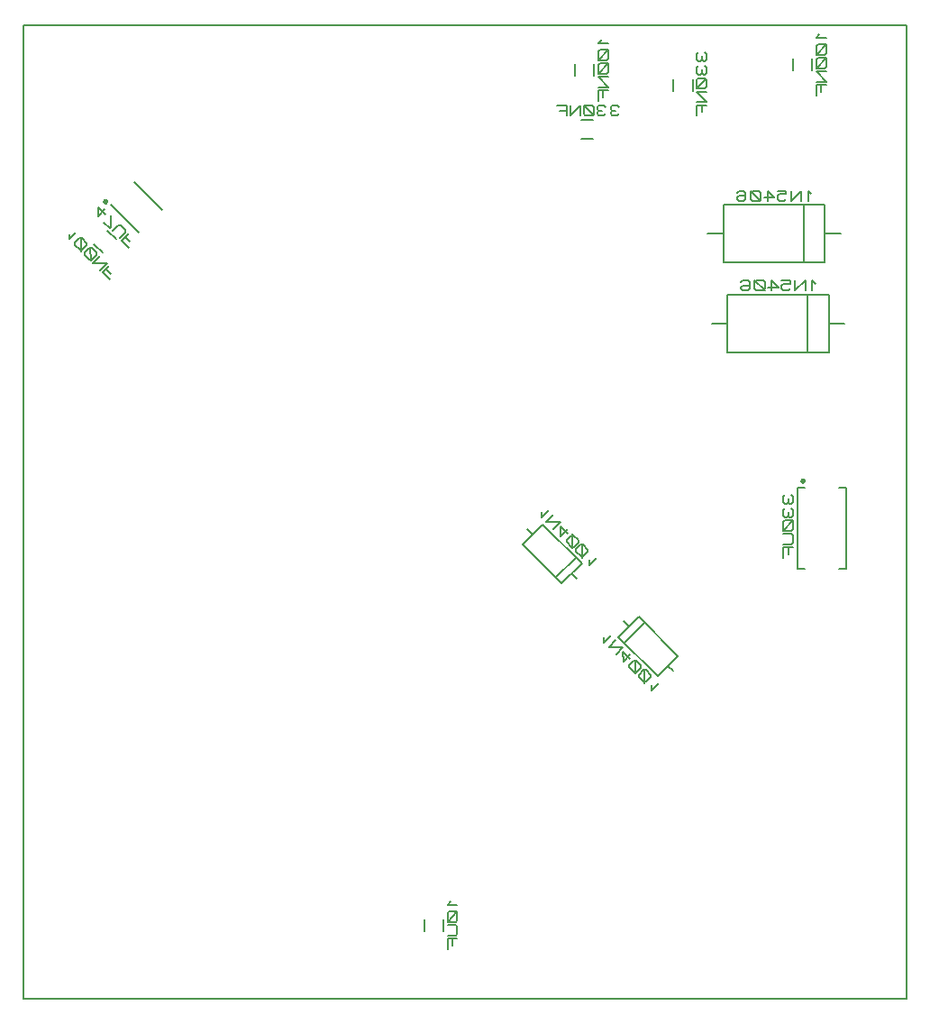
<source format=gbr>
G04 PROTEUS GERBER X2 FILE*
%TF.GenerationSoftware,Labcenter,Proteus,8.15-SP1-Build34318*%
%TF.CreationDate,2023-08-09T10:16:53+00:00*%
%TF.FileFunction,Legend,Bot*%
%TF.FilePolarity,Positive*%
%TF.Part,Single*%
%TF.SameCoordinates,{0049c899-80f1-4e30-9ba5-08a3a9b55963}*%
%FSLAX45Y45*%
%MOMM*%
G01*
%TA.AperFunction,Profile*%
%ADD27C,0.203200*%
%TA.AperFunction,Material*%
%ADD31C,0.203200*%
%ADD33C,0.250000*%
%ADD34C,0.200000*%
%TD.AperFunction*%
D27*
X-619760Y-63500D02*
X+7683500Y-63500D01*
X+7683500Y+9080500D01*
X-619760Y+9080500D01*
X-619760Y-63500D01*
D31*
X+4439664Y+3833806D02*
X+4073270Y+4200200D01*
X+4261855Y+4388786D01*
X+4628249Y+4022391D01*
X+4439664Y+3833806D01*
X+4568980Y+4078069D02*
X+4383987Y+3893076D01*
X+4583348Y+3876912D02*
X+4533059Y+3927201D01*
X+4166665Y+4293595D02*
X+4116375Y+4343885D01*
X+4248386Y+4502836D02*
X+4249284Y+4458832D01*
X+4313942Y+4523490D01*
X+4358843Y+4478588D02*
X+4294186Y+4413931D01*
X+4426195Y+4411236D01*
X+4361537Y+4346579D01*
X+4494445Y+4299882D02*
X+4427093Y+4367234D01*
X+4428889Y+4279227D01*
X+4493547Y+4343885D01*
X+4527672Y+4288207D02*
X+4484567Y+4245102D01*
X+4485016Y+4223100D01*
X+4529917Y+4178199D01*
X+4551919Y+4177750D01*
X+4595024Y+4220855D01*
X+4594575Y+4242857D01*
X+4549674Y+4287758D01*
X+4527672Y+4288207D01*
X+4538448Y+4298983D02*
X+4541142Y+4166974D01*
X+4617474Y+4198405D02*
X+4574369Y+4155300D01*
X+4574818Y+4133298D01*
X+4619719Y+4088397D01*
X+4641721Y+4087948D01*
X+4684826Y+4131053D01*
X+4684377Y+4153055D01*
X+4639476Y+4197956D01*
X+4617474Y+4198405D01*
X+4628250Y+4209181D02*
X+4630944Y+4077172D01*
X+4697399Y+4053823D02*
X+4698297Y+4009819D01*
X+4762955Y+4074477D01*
X+5161430Y+3522158D02*
X+5527824Y+3155764D01*
X+5339239Y+2967178D01*
X+4972845Y+3333573D01*
X+5161430Y+3522158D01*
X+5032114Y+3277895D02*
X+5217107Y+3462888D01*
X+5017746Y+3479052D02*
X+5068035Y+3428763D01*
X+5434429Y+3062369D02*
X+5484719Y+3012079D01*
X+4837242Y+3325491D02*
X+4838140Y+3281487D01*
X+4902798Y+3346145D01*
X+4947699Y+3301243D02*
X+4883042Y+3236586D01*
X+5015051Y+3233891D01*
X+4950393Y+3169234D01*
X+5083301Y+3122537D02*
X+5015949Y+3189889D01*
X+5017745Y+3101882D01*
X+5082403Y+3166540D01*
X+5116528Y+3110862D02*
X+5073423Y+3067757D01*
X+5073872Y+3045755D01*
X+5118773Y+3000854D01*
X+5140775Y+3000405D01*
X+5183880Y+3043510D01*
X+5183431Y+3065512D01*
X+5138530Y+3110413D01*
X+5116528Y+3110862D01*
X+5127304Y+3121638D02*
X+5129998Y+2989629D01*
X+5206330Y+3021060D02*
X+5163225Y+2977955D01*
X+5163674Y+2955953D01*
X+5208575Y+2911052D01*
X+5230577Y+2910603D01*
X+5273682Y+2953708D01*
X+5273233Y+2975710D01*
X+5228332Y+3020611D01*
X+5206330Y+3021060D01*
X+5217106Y+3031836D02*
X+5219800Y+2899827D01*
X+5286255Y+2876478D02*
X+5287153Y+2832474D01*
X+5351811Y+2897132D01*
X+5960060Y+6849620D02*
X+6910060Y+6849620D01*
X+6910060Y+7389620D01*
X+5960060Y+7389620D01*
X+5960060Y+6849620D01*
X+6710060Y+7389620D02*
X+6710060Y+6849620D01*
X+6910060Y+7119620D02*
X+7060060Y+7119620D01*
X+5960060Y+7119620D02*
X+5810060Y+7119620D01*
X+6784310Y+7491220D02*
X+6752560Y+7521700D01*
X+6752560Y+7430260D01*
X+6689060Y+7430260D02*
X+6689060Y+7521700D01*
X+6593810Y+7430260D01*
X+6593810Y+7521700D01*
X+6466810Y+7521700D02*
X+6546185Y+7521700D01*
X+6546185Y+7491220D01*
X+6482685Y+7491220D01*
X+6466810Y+7475980D01*
X+6466810Y+7445500D01*
X+6482685Y+7430260D01*
X+6530310Y+7430260D01*
X+6546185Y+7445500D01*
X+6339810Y+7460740D02*
X+6435060Y+7460740D01*
X+6371560Y+7521700D01*
X+6371560Y+7430260D01*
X+6308060Y+7445500D02*
X+6308060Y+7506460D01*
X+6292185Y+7521700D01*
X+6228685Y+7521700D01*
X+6212810Y+7506460D01*
X+6212810Y+7445500D01*
X+6228685Y+7430260D01*
X+6292185Y+7430260D01*
X+6308060Y+7445500D01*
X+6308060Y+7430260D02*
X+6212810Y+7521700D01*
X+6085810Y+7506460D02*
X+6101685Y+7521700D01*
X+6149310Y+7521700D01*
X+6165185Y+7506460D01*
X+6165185Y+7445500D01*
X+6149310Y+7430260D01*
X+6101685Y+7430260D01*
X+6085810Y+7445500D01*
X+6085810Y+7460740D01*
X+6101685Y+7475980D01*
X+6165185Y+7475980D01*
X+5998160Y+6006340D02*
X+6948160Y+6006340D01*
X+6948160Y+6546340D01*
X+5998160Y+6546340D01*
X+5998160Y+6006340D01*
X+6748160Y+6546340D02*
X+6748160Y+6006340D01*
X+6948160Y+6276340D02*
X+7098160Y+6276340D01*
X+5998160Y+6276340D02*
X+5848160Y+6276340D01*
X+6822410Y+6647940D02*
X+6790660Y+6678420D01*
X+6790660Y+6586980D01*
X+6727160Y+6586980D02*
X+6727160Y+6678420D01*
X+6631910Y+6586980D01*
X+6631910Y+6678420D01*
X+6504910Y+6678420D02*
X+6584285Y+6678420D01*
X+6584285Y+6647940D01*
X+6520785Y+6647940D01*
X+6504910Y+6632700D01*
X+6504910Y+6602220D01*
X+6520785Y+6586980D01*
X+6568410Y+6586980D01*
X+6584285Y+6602220D01*
X+6377910Y+6617460D02*
X+6473160Y+6617460D01*
X+6409660Y+6678420D01*
X+6409660Y+6586980D01*
X+6346160Y+6602220D02*
X+6346160Y+6663180D01*
X+6330285Y+6678420D01*
X+6266785Y+6678420D01*
X+6250910Y+6663180D01*
X+6250910Y+6602220D01*
X+6266785Y+6586980D01*
X+6330285Y+6586980D01*
X+6346160Y+6602220D01*
X+6346160Y+6586980D02*
X+6250910Y+6678420D01*
X+6123910Y+6663180D02*
X+6139785Y+6678420D01*
X+6187410Y+6678420D01*
X+6203285Y+6663180D01*
X+6203285Y+6602220D01*
X+6187410Y+6586980D01*
X+6139785Y+6586980D01*
X+6123910Y+6602220D01*
X+6123910Y+6617460D01*
X+6139785Y+6632700D01*
X+6203285Y+6632700D01*
D33*
X+6715900Y+4801220D02*
X+6715857Y+4802259D01*
X+6715505Y+4804338D01*
X+6714768Y+4806417D01*
X+6713564Y+4808496D01*
X+6711723Y+4810546D01*
X+6709644Y+4812049D01*
X+6707565Y+4813006D01*
X+6705486Y+4813545D01*
X+6703407Y+4813720D01*
X+6703400Y+4813720D01*
X+6690900Y+4801220D02*
X+6690943Y+4802259D01*
X+6691295Y+4804338D01*
X+6692032Y+4806417D01*
X+6693236Y+4808496D01*
X+6695077Y+4810546D01*
X+6697156Y+4812049D01*
X+6699235Y+4813006D01*
X+6701314Y+4813545D01*
X+6703393Y+4813720D01*
X+6703400Y+4813720D01*
X+6690900Y+4801220D02*
X+6690943Y+4800181D01*
X+6691295Y+4798102D01*
X+6692032Y+4796023D01*
X+6693236Y+4793944D01*
X+6695077Y+4791894D01*
X+6697156Y+4790391D01*
X+6699235Y+4789434D01*
X+6701314Y+4788895D01*
X+6703393Y+4788720D01*
X+6703400Y+4788720D01*
X+6715900Y+4801220D02*
X+6715857Y+4800181D01*
X+6715505Y+4798102D01*
X+6714768Y+4796023D01*
X+6713564Y+4793944D01*
X+6711723Y+4791894D01*
X+6709644Y+4790391D01*
X+6707565Y+4789434D01*
X+6705486Y+4788895D01*
X+6703407Y+4788720D01*
X+6703400Y+4788720D01*
D34*
X+6720900Y+4736220D02*
X+6653400Y+4736220D01*
X+6653400Y+3976220D01*
X+6720900Y+3976220D01*
X+7045900Y+4736220D02*
X+7113400Y+4736220D01*
X+7113400Y+3976220D01*
X+7045900Y+3976220D01*
D31*
X+6536720Y+4664095D02*
X+6521480Y+4648220D01*
X+6521480Y+4600595D01*
X+6536720Y+4584720D01*
X+6551960Y+4584720D01*
X+6567200Y+4600595D01*
X+6582440Y+4584720D01*
X+6597680Y+4584720D01*
X+6612920Y+4600595D01*
X+6612920Y+4648220D01*
X+6597680Y+4664095D01*
X+6567200Y+4632345D02*
X+6567200Y+4600595D01*
X+6536720Y+4537095D02*
X+6521480Y+4521220D01*
X+6521480Y+4473595D01*
X+6536720Y+4457720D01*
X+6551960Y+4457720D01*
X+6567200Y+4473595D01*
X+6582440Y+4457720D01*
X+6597680Y+4457720D01*
X+6612920Y+4473595D01*
X+6612920Y+4521220D01*
X+6597680Y+4537095D01*
X+6567200Y+4505345D02*
X+6567200Y+4473595D01*
X+6597680Y+4425970D02*
X+6536720Y+4425970D01*
X+6521480Y+4410095D01*
X+6521480Y+4346595D01*
X+6536720Y+4330720D01*
X+6597680Y+4330720D01*
X+6612920Y+4346595D01*
X+6612920Y+4410095D01*
X+6597680Y+4425970D01*
X+6612920Y+4425970D02*
X+6521480Y+4330720D01*
X+6521480Y+4298970D02*
X+6597680Y+4298970D01*
X+6612920Y+4283095D01*
X+6612920Y+4219595D01*
X+6597680Y+4203720D01*
X+6521480Y+4203720D01*
X+6612920Y+4171970D02*
X+6521480Y+4171970D01*
X+6521480Y+4076720D01*
X+6567200Y+4171970D02*
X+6567200Y+4108470D01*
D33*
X+161625Y+7424178D02*
X+161582Y+7425217D01*
X+161230Y+7427296D01*
X+160493Y+7429375D01*
X+159289Y+7431454D01*
X+157448Y+7433504D01*
X+155369Y+7435007D01*
X+153290Y+7435964D01*
X+151211Y+7436503D01*
X+149132Y+7436678D01*
X+149125Y+7436678D01*
X+136625Y+7424178D02*
X+136668Y+7425217D01*
X+137020Y+7427296D01*
X+137757Y+7429375D01*
X+138961Y+7431454D01*
X+140802Y+7433504D01*
X+142881Y+7435007D01*
X+144960Y+7435964D01*
X+147039Y+7436503D01*
X+149118Y+7436678D01*
X+149125Y+7436678D01*
X+136625Y+7424178D02*
X+136668Y+7423139D01*
X+137020Y+7421060D01*
X+137757Y+7418981D01*
X+138961Y+7416902D01*
X+140802Y+7414852D01*
X+142881Y+7413349D01*
X+144960Y+7412392D01*
X+147039Y+7411853D01*
X+149118Y+7411678D01*
X+149125Y+7411678D01*
X+161625Y+7424178D02*
X+161582Y+7423139D01*
X+161230Y+7421060D01*
X+160493Y+7418981D01*
X+159289Y+7416902D01*
X+157448Y+7414852D01*
X+155369Y+7413349D01*
X+153290Y+7412392D01*
X+151211Y+7411853D01*
X+149132Y+7411678D01*
X+149125Y+7411678D01*
D34*
X+207461Y+7390590D02*
X+469090Y+7128961D01*
X+423129Y+7606258D02*
X+684758Y+7344629D01*
D31*
X+148446Y+7303292D02*
X+81094Y+7370644D01*
X+82890Y+7282637D01*
X+147548Y+7347295D01*
X+139017Y+7226510D02*
X+195143Y+7170384D01*
X+205920Y+7181160D01*
X+203675Y+7291168D01*
X+217594Y+7147934D02*
X+271475Y+7201815D01*
X+293477Y+7201366D01*
X+338378Y+7156465D01*
X+338827Y+7134463D01*
X+284945Y+7080582D01*
X+372054Y+7122788D02*
X+307397Y+7058131D01*
X+374748Y+6990779D01*
X+339725Y+7090459D02*
X+384627Y+7045558D01*
D34*
X+3145960Y+569420D02*
X+3145960Y+679420D01*
X+3325960Y+569420D02*
X+3325960Y+679420D01*
D31*
X+3396920Y+846670D02*
X+3366440Y+814920D01*
X+3457880Y+814920D01*
X+3442640Y+751420D02*
X+3381680Y+751420D01*
X+3366440Y+735545D01*
X+3366440Y+672045D01*
X+3381680Y+656170D01*
X+3442640Y+656170D01*
X+3457880Y+672045D01*
X+3457880Y+735545D01*
X+3442640Y+751420D01*
X+3457880Y+751420D02*
X+3366440Y+656170D01*
X+3366440Y+624420D02*
X+3442640Y+624420D01*
X+3457880Y+608545D01*
X+3457880Y+545045D01*
X+3442640Y+529170D01*
X+3366440Y+529170D01*
X+3457880Y+497420D02*
X+3366440Y+497420D01*
X+3366440Y+402170D01*
X+3412160Y+497420D02*
X+3412160Y+433920D01*
D34*
X+172683Y+7149104D02*
X+250465Y+7071323D01*
X+45404Y+7021825D02*
X+123185Y+6944043D01*
D31*
X-189490Y+7113262D02*
X-188592Y+7069258D01*
X-123934Y+7133916D01*
X-89809Y+7078238D02*
X-132914Y+7035133D01*
X-132465Y+7013131D01*
X-87564Y+6968230D01*
X-65562Y+6967781D01*
X-22457Y+7010886D01*
X-22906Y+7032888D01*
X-67807Y+7077789D01*
X-89809Y+7078238D01*
X-79033Y+7089014D02*
X-76339Y+6957005D01*
X-7Y+6988436D02*
X-43112Y+6945331D01*
X-42663Y+6923329D01*
X+2238Y+6878428D01*
X+24240Y+6877979D01*
X+67345Y+6921084D01*
X+66896Y+6943086D01*
X+21995Y+6987987D01*
X-7Y+6988436D01*
X+10769Y+6999212D02*
X+13463Y+6867203D01*
X+100572Y+6909409D02*
X+35915Y+6844752D01*
X+167924Y+6842057D01*
X+103266Y+6777400D01*
X+190374Y+6819607D02*
X+125717Y+6754950D01*
X+193068Y+6687598D01*
X+158045Y+6787278D02*
X+202947Y+6742377D01*
D34*
X+5490380Y+8464300D02*
X+5490380Y+8574300D01*
X+5670380Y+8464300D02*
X+5670380Y+8574300D01*
D31*
X+5726100Y+8820925D02*
X+5710860Y+8805050D01*
X+5710860Y+8757425D01*
X+5726100Y+8741550D01*
X+5741340Y+8741550D01*
X+5756580Y+8757425D01*
X+5771820Y+8741550D01*
X+5787060Y+8741550D01*
X+5802300Y+8757425D01*
X+5802300Y+8805050D01*
X+5787060Y+8820925D01*
X+5756580Y+8789175D02*
X+5756580Y+8757425D01*
X+5726100Y+8693925D02*
X+5710860Y+8678050D01*
X+5710860Y+8630425D01*
X+5726100Y+8614550D01*
X+5741340Y+8614550D01*
X+5756580Y+8630425D01*
X+5771820Y+8614550D01*
X+5787060Y+8614550D01*
X+5802300Y+8630425D01*
X+5802300Y+8678050D01*
X+5787060Y+8693925D01*
X+5756580Y+8662175D02*
X+5756580Y+8630425D01*
X+5787060Y+8582800D02*
X+5726100Y+8582800D01*
X+5710860Y+8566925D01*
X+5710860Y+8503425D01*
X+5726100Y+8487550D01*
X+5787060Y+8487550D01*
X+5802300Y+8503425D01*
X+5802300Y+8566925D01*
X+5787060Y+8582800D01*
X+5802300Y+8582800D02*
X+5710860Y+8487550D01*
X+5802300Y+8455800D02*
X+5710860Y+8455800D01*
X+5802300Y+8360550D01*
X+5710860Y+8360550D01*
X+5802300Y+8328800D02*
X+5710860Y+8328800D01*
X+5710860Y+8233550D01*
X+5756580Y+8328800D02*
X+5756580Y+8265300D01*
D34*
X+6610520Y+8652260D02*
X+6610520Y+8762260D01*
X+6790520Y+8652260D02*
X+6790520Y+8762260D01*
D31*
X+6861480Y+8993010D02*
X+6831000Y+8961260D01*
X+6922440Y+8961260D01*
X+6907200Y+8897760D02*
X+6846240Y+8897760D01*
X+6831000Y+8881885D01*
X+6831000Y+8818385D01*
X+6846240Y+8802510D01*
X+6907200Y+8802510D01*
X+6922440Y+8818385D01*
X+6922440Y+8881885D01*
X+6907200Y+8897760D01*
X+6922440Y+8897760D02*
X+6831000Y+8802510D01*
X+6907200Y+8770760D02*
X+6846240Y+8770760D01*
X+6831000Y+8754885D01*
X+6831000Y+8691385D01*
X+6846240Y+8675510D01*
X+6907200Y+8675510D01*
X+6922440Y+8691385D01*
X+6922440Y+8754885D01*
X+6907200Y+8770760D01*
X+6922440Y+8770760D02*
X+6831000Y+8675510D01*
X+6922440Y+8643760D02*
X+6831000Y+8643760D01*
X+6922440Y+8548510D01*
X+6831000Y+8548510D01*
X+6922440Y+8516760D02*
X+6831000Y+8516760D01*
X+6831000Y+8421510D01*
X+6876720Y+8516760D02*
X+6876720Y+8453260D01*
D34*
X+4563280Y+8601180D02*
X+4563280Y+8711180D01*
X+4743280Y+8601180D02*
X+4743280Y+8711180D01*
D31*
X+4814240Y+8941930D02*
X+4783760Y+8910180D01*
X+4875200Y+8910180D01*
X+4859960Y+8846680D02*
X+4799000Y+8846680D01*
X+4783760Y+8830805D01*
X+4783760Y+8767305D01*
X+4799000Y+8751430D01*
X+4859960Y+8751430D01*
X+4875200Y+8767305D01*
X+4875200Y+8830805D01*
X+4859960Y+8846680D01*
X+4875200Y+8846680D02*
X+4783760Y+8751430D01*
X+4859960Y+8719680D02*
X+4799000Y+8719680D01*
X+4783760Y+8703805D01*
X+4783760Y+8640305D01*
X+4799000Y+8624430D01*
X+4859960Y+8624430D01*
X+4875200Y+8640305D01*
X+4875200Y+8703805D01*
X+4859960Y+8719680D01*
X+4875200Y+8719680D02*
X+4783760Y+8624430D01*
X+4875200Y+8592680D02*
X+4783760Y+8592680D01*
X+4875200Y+8497430D01*
X+4783760Y+8497430D01*
X+4875200Y+8465680D02*
X+4783760Y+8465680D01*
X+4783760Y+8370430D01*
X+4829480Y+8465680D02*
X+4829480Y+8402180D01*
D34*
X+4731280Y+8010060D02*
X+4621280Y+8010060D01*
X+4731280Y+8190060D02*
X+4621280Y+8190060D01*
D31*
X+4977905Y+8306740D02*
X+4962030Y+8321980D01*
X+4914405Y+8321980D01*
X+4898530Y+8306740D01*
X+4898530Y+8291500D01*
X+4914405Y+8276260D01*
X+4898530Y+8261020D01*
X+4898530Y+8245780D01*
X+4914405Y+8230540D01*
X+4962030Y+8230540D01*
X+4977905Y+8245780D01*
X+4946155Y+8276260D02*
X+4914405Y+8276260D01*
X+4850905Y+8306740D02*
X+4835030Y+8321980D01*
X+4787405Y+8321980D01*
X+4771530Y+8306740D01*
X+4771530Y+8291500D01*
X+4787405Y+8276260D01*
X+4771530Y+8261020D01*
X+4771530Y+8245780D01*
X+4787405Y+8230540D01*
X+4835030Y+8230540D01*
X+4850905Y+8245780D01*
X+4819155Y+8276260D02*
X+4787405Y+8276260D01*
X+4739780Y+8245780D02*
X+4739780Y+8306740D01*
X+4723905Y+8321980D01*
X+4660405Y+8321980D01*
X+4644530Y+8306740D01*
X+4644530Y+8245780D01*
X+4660405Y+8230540D01*
X+4723905Y+8230540D01*
X+4739780Y+8245780D01*
X+4739780Y+8230540D02*
X+4644530Y+8321980D01*
X+4612780Y+8230540D02*
X+4612780Y+8321980D01*
X+4517530Y+8230540D01*
X+4517530Y+8321980D01*
X+4485780Y+8230540D02*
X+4485780Y+8321980D01*
X+4390530Y+8321980D01*
X+4485780Y+8276260D02*
X+4422280Y+8276260D01*
M02*

</source>
